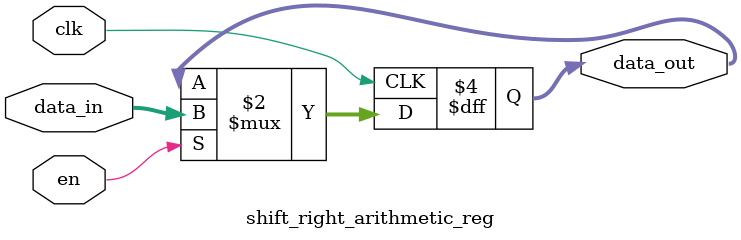
<source format=sv>
module shift_right_arithmetic #(parameter WIDTH=8) (
    input  wire                  clk,
    input  wire                  en,
    input  wire signed [WIDTH-1:0] data_in,
    input  wire [2:0]            shift,
    output reg  signed [WIDTH-1:0] data_out
);

    wire signed [WIDTH-1:0] shifted_result;

    // Shift unit: Performs arithmetic right shift directly from inputs
    shift_right_arithmetic_unit #(.WIDTH(WIDTH)) u_shift_unit (
        .data_in  (data_in),
        .shift    (shift),
        .result   (shifted_result)
    );

    // Register unit: Registers the shifted result on clk if enabled
    shift_right_arithmetic_reg #(.WIDTH(WIDTH)) u_reg (
        .clk      (clk),
        .en       (en),
        .data_in  (shifted_result),
        .data_out (data_out)
    );

endmodule

// ---------------------------------------------------------------------
// Shift Unit: Performs arithmetic right shift operation
// Inputs:
//   - data_in: signed input data
//   - shift: shift amount
// Outputs:
//   - result: shifted and sign-extended output
// ---------------------------------------------------------------------
module shift_right_arithmetic_unit #(parameter WIDTH=8) (
    input  wire signed [WIDTH-1:0] data_in,
    input  wire [2:0]              shift,
    output wire signed [WIDTH-1:0] result
);
    assign result = data_in >>> shift;
endmodule

// ---------------------------------------------------------------------
// Register Unit: Registers data on rising edge of clk when enabled
// Inputs:
//   - clk: clock signal
//   - en: enable signal
//   - data_in: input data to register
// Outputs:
//   - data_out: registered output data
// ---------------------------------------------------------------------
module shift_right_arithmetic_reg #(parameter WIDTH=8) (
    input  wire                  clk,
    input  wire                  en,
    input  wire signed [WIDTH-1:0] data_in,
    output reg  signed [WIDTH-1:0] data_out
);
    always @(posedge clk) begin
        if(en) begin
            data_out <= data_in;
        end
    end
endmodule
</source>
